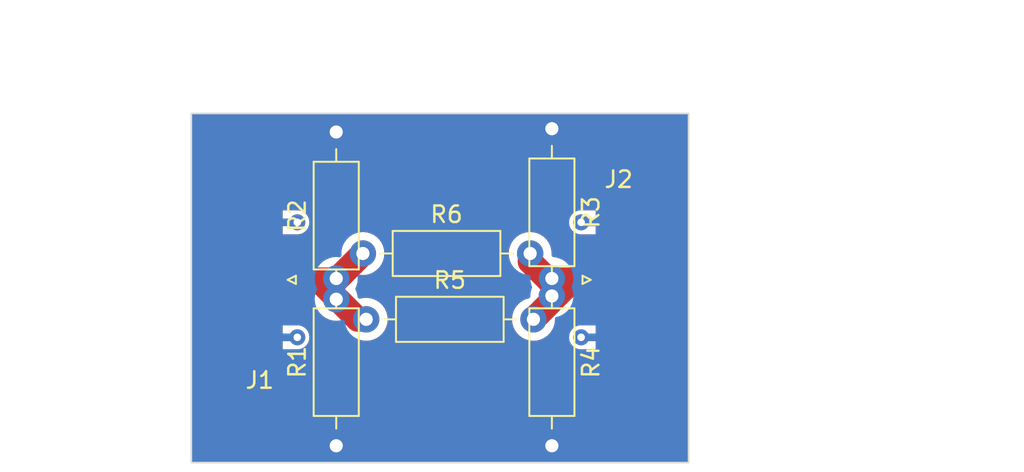
<source format=kicad_pcb>
(kicad_pcb (version 20240108) (generator "pcbnew") (generator_version "8.0")
  (layers (0 "F.Cu" signal) (31 "B.Cu" signal) (34 "B.Paste" user) (35 "F.Paste" user) (36 "B.SilkS" user "B.Silkscreen") (37 "F.SilkS" user "F.Silkscreen") (38 "B.Mask" user) (39 "F.Mask" user) (44 "Edge.Cuts" user))
  (net 0 "")
  (net 1 "Net-(J1-In)")
  (net 2 "GND")
  (net 3 "Net-(J2-In)")
  (footprint "Connector_Coaxial:SMA_Molex_73251-2120_EdgeMount_Horizontal" (layer "F.Cu") (at 116.15 78.6 180)
    (property "Reference" "J1" (at -0.705 -6.1 0) (layer "F.SilkS"))
    (property "Value" "Conn_Coaxial")
    (fp_line (start -0.25 3.4925) (end -2.985 3.4925) (stroke (width 0.46)) (layer "F.Cu"))
    (fp_line (start -0.25 -3.4925) (end -2.985 -3.4925) (stroke (width 0.46)) (layer "F.Cu"))
    (fp_line (start -0.25 3.4925) (end -2.985 3.4925) (stroke (width 0.46)) (layer "B.Cu"))
    (fp_line (start -0.25 -3.4925) (end -2.985 -3.4925) (stroke (width 0.46)) (layer "B.Cu"))
    (fp_line (start -2.4 0) (end -2.9 -0.25) (stroke (width 0.12)) (layer "F.SilkS"))
    (fp_line (start -2.9 0.25) (end -2.4 0) (stroke (width 0.12)) (layer "F.SilkS"))
    (fp_line (start -2.9 -0.25) (end -2.9 0.25) (stroke (width 0.12)) (layer "F.SilkS"))
    (pad "1" smd roundrect (at -0.25 0 180) (size 3.69 1.78) (layers "F.Cu" "F.Paste" "F.Mask") (roundrect_rratio 0.1404494382) (net 1 "Net-(J1-In)"))
    (pad "2" thru_hole circle (at -2.985 -3.4925 180) (size 0.97 0.97) (drill 0.46) (layers "*.Cu") (net 2 "GND"))
    (pad "2" thru_hole circle (at -2.985 3.4925 180) (size 0.97 0.97) (drill 0.46) (layers "*.Cu") (net 2 "GND"))
    (pad "2" smd roundrect (at -0.25 -3.4925 180) (size 3.69 2.665) (layers "F.Cu" "F.Paste" "F.Mask") (roundrect_rratio 0.09380863039) (net 2 "GND"))
    (pad "2" smd roundrect (at -0.25 -3.4925 180) (size 3.69 2.665) (layers "B.Cu" "B.Paste" "B.Mask") (roundrect_rratio 0.09380863039) (net 2 "GND"))
    (pad "2" smd roundrect (at -0.25 3.4925 180) (size 3.69 2.665) (layers "F.Cu" "F.Paste" "F.Mask") (roundrect_rratio 0.09380863039) (net 2 "GND"))
    (pad "2" smd roundrect (at -0.25 3.4925 180) (size 3.69 2.665) (layers "B.Cu" "B.Paste" "B.Mask") (roundrect_rratio 0.09380863039) (net 2 "GND"))
  )
  (footprint "Resistor_THT:R_Axial_DIN0207_L6.3mm_D2.5mm_P10.16mm_Horizontal" (layer "F.Cu") (at 134.6 78.52 -90)
    (property "Reference" "R4" (at 5.08 -2.37 -90) (layer "F.SilkS"))
    (property "Value" "R_Small")
    (fp_line (start 1.81 1.37) (end 8.35 1.37) (stroke (width 0.12)) (layer "F.SilkS"))
    (fp_line (start 8.35 1.37) (end 8.35 -1.37) (stroke (width 0.12)) (layer "F.SilkS"))
    (fp_line (start 1.04 0) (end 1.81 0) (stroke (width 0.12)) (layer "F.SilkS"))
    (fp_line (start 9.12 0) (end 8.35 0) (stroke (width 0.12)) (layer "F.SilkS"))
    (fp_line (start 1.81 -1.37) (end 1.81 1.37) (stroke (width 0.12)) (layer "F.SilkS"))
    (fp_line (start 8.35 -1.37) (end 1.81 -1.37) (stroke (width 0.12)) (layer "F.SilkS"))
    (pad "1" thru_hole circle (at 0 0 270) (size 1.6 1.6) (drill 0.8) (layers "*.Cu" "*.Mask") (net 3 "Net-(J2-In)"))
    (pad "2" thru_hole oval (at 10.16 0 270) (size 1.6 1.6) (drill 0.8) (layers "*.Cu" "*.Mask") (net 2 "GND"))
  )
  (footprint "Resistor_THT:R_Axial_DIN0207_L6.3mm_D2.5mm_P10.16mm_Horizontal" (layer "F.Cu") (at 121.5 79.78 90)
    (property "Reference" "R2" (at 5.08 -2.37 90) (layer "F.SilkS"))
    (property "Value" "R_Small")
    (fp_line (start 8.35 -1.37) (end 1.81 -1.37) (stroke (width 0.12)) (layer "F.SilkS"))
    (fp_line (start 1.81 -1.37) (end 1.81 1.37) (stroke (width 0.12)) (layer "F.SilkS"))
    (fp_line (start 9.12 0) (end 8.35 0) (stroke (width 0.12)) (layer "F.SilkS"))
    (fp_line (start 1.04 0) (end 1.81 0) (stroke (width 0.12)) (layer "F.SilkS"))
    (fp_line (start 8.35 1.37) (end 8.35 -1.37) (stroke (width 0.12)) (layer "F.SilkS"))
    (fp_line (start 1.81 1.37) (end 8.35 1.37) (stroke (width 0.12)) (layer "F.SilkS"))
    (pad "1" thru_hole circle (at 0 0 90) (size 1.6 1.6) (drill 0.8) (layers "*.Cu" "*.Mask") (net 1 "Net-(J1-In)"))
    (pad "2" thru_hole oval (at 10.16 0 90) (size 1.6 1.6) (drill 0.8) (layers "*.Cu" "*.Mask") (net 2 "GND"))
  )
  (footprint "Connector_Coaxial:SMA_Molex_73251-2120_EdgeMount_Horizontal" (layer "F.Cu") (at 139.36 78.6)
    (property "Reference" "J2" (at -0.705 -6.1 0) (layer "F.SilkS"))
    (property "Value" "Conn_Coaxial")
    (fp_line (start -0.25 -3.4925) (end -2.985 -3.4925) (stroke (width 0.46)) (layer "F.Cu"))
    (fp_line (start -0.25 3.4925) (end -2.985 3.4925) (stroke (width 0.46)) (layer "F.Cu"))
    (fp_line (start -0.25 -3.4925) (end -2.985 -3.4925) (stroke (width 0.46)) (layer "B.Cu"))
    (fp_line (start -0.25 3.4925) (end -2.985 3.4925) (stroke (width 0.46)) (layer "B.Cu"))
    (fp_line (start -2.9 -0.25) (end -2.9 0.25) (stroke (width 0.12)) (layer "F.SilkS"))
    (fp_line (start -2.9 0.25) (end -2.4 0) (stroke (width 0.12)) (layer "F.SilkS"))
    (fp_line (start -2.4 0) (end -2.9 -0.25) (stroke (width 0.12)) (layer "F.SilkS"))
    (pad "1" smd roundrect (at -0.25 0) (size 3.69 1.78) (layers "F.Cu" "F.Paste" "F.Mask") (roundrect_rratio 0.1404494382) (net 3 "Net-(J2-In)"))
    (pad "2" thru_hole circle (at -2.985 -3.4925) (size 0.97 0.97) (drill 0.46) (layers "*.Cu") (net 2 "GND"))
    (pad "2" thru_hole circle (at -2.985 3.4925) (size 0.97 0.97) (drill 0.46) (layers "*.Cu") (net 2 "GND"))
    (pad "2" smd roundrect (at -0.25 -3.4925) (size 3.69 2.665) (layers "F.Cu" "F.Paste" "F.Mask") (roundrect_rratio 0.09380863039) (net 2 "GND"))
    (pad "2" smd roundrect (at -0.25 -3.4925) (size 3.69 2.665) (layers "B.Cu" "B.Paste" "B.Mask") (roundrect_rratio 0.09380863039) (net 2 "GND"))
    (pad "2" smd roundrect (at -0.25 3.4925) (size 3.69 2.665) (layers "F.Cu" "F.Paste" "F.Mask") (roundrect_rratio 0.09380863039) (net 2 "GND"))
    (pad "2" smd roundrect (at -0.25 3.4925) (size 3.69 2.665) (layers "B.Cu" "B.Paste" "B.Mask") (roundrect_rratio 0.09380863039) (net 2 "GND"))
  )
  (footprint "Resistor_THT:R_Axial_DIN0207_L6.3mm_D2.5mm_P10.16mm_Horizontal" (layer "F.Cu") (at 123.12 77)
    (property "Reference" "R6" (at 5.08 -2.37 0) (layer "F.SilkS"))
    (property "Value" "R_Small")
    (fp_line (start 1.04 0) (end 1.81 0) (stroke (width 0.12)) (layer "F.SilkS"))
    (fp_line (start 1.81 -1.37) (end 1.81 1.37) (stroke (width 0.12)) (layer "F.SilkS"))
    (fp_line (start 1.81 1.37) (end 8.35 1.37) (stroke (width 0.12)) (layer "F.SilkS"))
    (fp_line (start 8.35 -1.37) (end 1.81 -1.37) (stroke (width 0.12)) (layer "F.SilkS"))
    (fp_line (start 8.35 1.37) (end 8.35 -1.37) (stroke (width 0.12)) (layer "F.SilkS"))
    (fp_line (start 9.12 0) (end 8.35 0) (stroke (width 0.12)) (layer "F.SilkS"))
    (pad "1" thru_hole circle (at 0 0) (size 1.6 1.6) (drill 0.8) (layers "*.Cu" "*.Mask") (net 1 "Net-(J1-In)"))
    (pad "2" thru_hole oval (at 10.16 0) (size 1.6 1.6) (drill 0.8) (layers "*.Cu" "*.Mask") (net 3 "Net-(J2-In)"))
  )
  (footprint "Resistor_THT:R_Axial_DIN0207_L6.3mm_D2.5mm_P10.16mm_Horizontal" (layer "F.Cu") (at 134.6 69.42 -90)
    (property "Reference" "R3" (at 5.08 -2.37 -90) (layer "F.SilkS"))
    (property "Value" "R_Small")
    (fp_line (start 1.81 1.37) (end 8.35 1.37) (stroke (width 0.12)) (layer "F.SilkS"))
    (fp_line (start 8.35 1.37) (end 8.35 -1.37) (stroke (width 0.12)) (layer "F.SilkS"))
    (fp_line (start 1.04 0) (end 1.81 0) (stroke (width 0.12)) (layer "F.SilkS"))
    (fp_line (start 9.12 0) (end 8.35 0) (stroke (width 0.12)) (layer "F.SilkS"))
    (fp_line (start 1.81 -1.37) (end 1.81 1.37) (stroke (width 0.12)) (layer "F.SilkS"))
    (fp_line (start 8.35 -1.37) (end 1.81 -1.37) (stroke (width 0.12)) (layer "F.SilkS"))
    (pad "1" thru_hole circle (at 0 0 270) (size 1.6 1.6) (drill 0.8) (layers "*.Cu" "*.Mask") (net 2 "GND"))
    (pad "2" thru_hole oval (at 10.16 0 270) (size 1.6 1.6) (drill 0.8) (layers "*.Cu" "*.Mask") (net 3 "Net-(J2-In)"))
  )
  (footprint "Resistor_THT:R_Axial_DIN0207_L6.3mm_D2.5mm_P10.16mm_Horizontal" (layer "F.Cu") (at 123.32 81)
    (property "Reference" "R5" (at 5.08 -2.37 0) (layer "F.SilkS"))
    (property "Value" "R_Small")
    (fp_line (start 1.04 0) (end 1.81 0) (stroke (width 0.12)) (layer "F.SilkS"))
    (fp_line (start 1.81 -1.37) (end 1.81 1.37) (stroke (width 0.12)) (layer "F.SilkS"))
    (fp_line (start 1.81 1.37) (end 8.35 1.37) (stroke (width 0.12)) (layer "F.SilkS"))
    (fp_line (start 8.35 -1.37) (end 1.81 -1.37) (stroke (width 0.12)) (layer "F.SilkS"))
    (fp_line (start 8.35 1.37) (end 8.35 -1.37) (stroke (width 0.12)) (layer "F.SilkS"))
    (fp_line (start 9.12 0) (end 8.35 0) (stroke (width 0.12)) (layer "F.SilkS"))
    (pad "1" thru_hole circle (at 0 0) (size 1.6 1.6) (drill 0.8) (layers "*.Cu" "*.Mask") (net 1 "Net-(J1-In)"))
    (pad "2" thru_hole oval (at 10.16 0) (size 1.6 1.6) (drill 0.8) (layers "*.Cu" "*.Mask") (net 3 "Net-(J2-In)"))
  )
  (footprint "Resistor_THT:R_Axial_DIN0207_L6.3mm_D2.5mm_P10.16mm_Horizontal" (layer "F.Cu") (at 121.5 88.68 90)
    (property "Reference" "R1" (at 5.08 -2.37 90) (layer "F.SilkS"))
    (property "Value" "R_Small")
    (fp_line (start 8.35 -1.37) (end 1.81 -1.37) (stroke (width 0.12)) (layer "F.SilkS"))
    (fp_line (start 1.81 -1.37) (end 1.81 1.37) (stroke (width 0.12)) (layer "F.SilkS"))
    (fp_line (start 9.12 0) (end 8.35 0) (stroke (width 0.12)) (layer "F.SilkS"))
    (fp_line (start 1.04 0) (end 1.81 0) (stroke (width 0.12)) (layer "F.SilkS"))
    (fp_line (start 8.35 1.37) (end 8.35 -1.37) (stroke (width 0.12)) (layer "F.SilkS"))
    (fp_line (start 1.81 1.37) (end 8.35 1.37) (stroke (width 0.12)) (layer "F.SilkS"))
    (pad "1" thru_hole circle (at 0 0 90) (size 1.6 1.6) (drill 0.8) (layers "*.Cu" "*.Mask") (net 2 "GND"))
    (pad "2" thru_hole oval (at 10.16 0 90) (size 1.6 1.6) (drill 0.8) (layers "*.Cu" "*.Mask") (net 1 "Net-(J1-In)"))
  )
  (gr_rect (start 112.7 68.5) (end 142.9 89.7) (stroke (width 0.1)) (fill none) (layer "Edge.Cuts"))
  (segment (start 120.41 78.6) (end 122.81 81) (width 1.5) (layer "F.Cu") (net 1))
  (segment (start 123.12 77) (end 121.52 78.6) (width 1.5) (layer "F.Cu") (net 1))
  (segment (start 121.52 78.6) (end 120.41 78.6) (width 1.5) (layer "F.Cu") (net 1))
  (segment (start 122.81 81) (end 123.32 81) (width 1.5) (layer "F.Cu") (net 1))
  (segment (start 116.4 78.6) (end 120.41 78.6) (width 1.5) (layer "F.Cu") (net 1))
  (segment (start 133.28 77) (end 133.28 77.5) (width 1.5) (layer "F.Cu") (net 3))
  (segment (start 135.88 78.6) (end 136.33 78.6) (width 1.5) (layer "F.Cu") (net 3))
  (segment (start 134.38 78.6) (end 136.33 78.6) (width 1.5) (layer "F.Cu") (net 3))
  (segment (start 133.48 81) (end 135.88 78.6) (width 1.5) (layer "F.Cu") (net 3))
  (segment (start 139.11 78.6) (end 136.33 78.6) (width 1.5) (layer "F.Cu") (net 3))
  (segment (start 133.28 77.5) (end 134.38 78.6) (width 1.5) (layer "F.Cu") (net 3))
  (zone (net 2) (net_name "GND") (layers "F&B.Cu") (connect_pads yes (clearance 0.5)) (min_thickness 0.25) (fill yes (thermal_gap 0.5) (thermal_bridge_width 0.5) (smoothing chamfer))
    (polygon (pts (xy 112.2 68.2) (xy 143.5 68.1) (xy 143.4 90.2) (xy 112.2 90.3)))
  )
)
</source>
